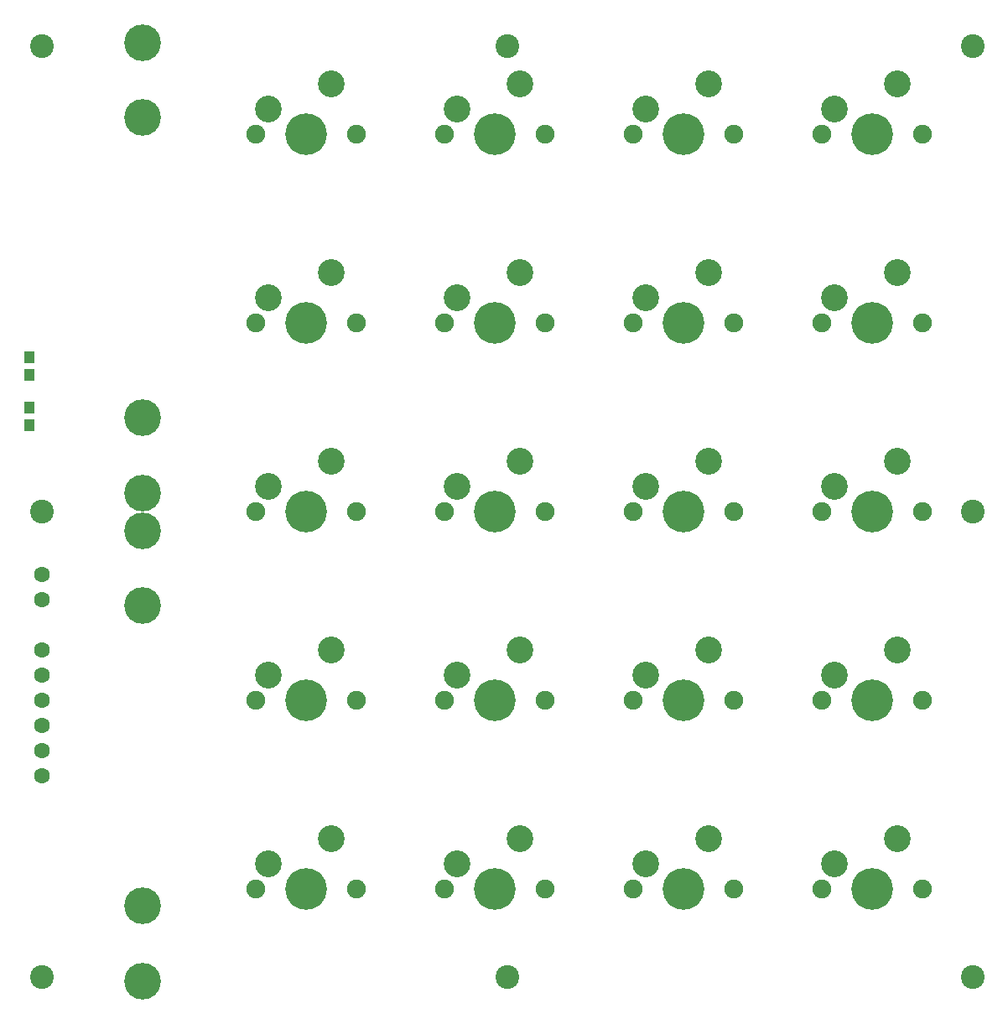
<source format=gts>
G04 #@! TF.FileFunction,Soldermask,Top*
%FSLAX46Y46*%
G04 Gerber Fmt 4.6, Leading zero omitted, Abs format (unit mm)*
G04 Created by KiCad (PCBNEW 4.0.7) date 01/05/18 23:40:39*
%MOMM*%
%LPD*%
G01*
G04 APERTURE LIST*
%ADD10C,0.100000*%
%ADD11C,3.700000*%
%ADD12C,1.910000*%
%ADD13C,2.700000*%
%ADD14C,4.200000*%
%ADD15C,2.400000*%
%ADD16R,1.000000X1.200000*%
%ADD17C,1.600000*%
G04 APERTURE END LIST*
D10*
D11*
X82550000Y-54212000D03*
X82550000Y-61812000D03*
X82550000Y-99712000D03*
X82550000Y-92112000D03*
X82550000Y-103488000D03*
X82550000Y-111088000D03*
X82550000Y-148988000D03*
X82550000Y-141388000D03*
D12*
X104140000Y-82550000D03*
D13*
X101600000Y-77470000D03*
D14*
X99060000Y-82550000D03*
D13*
X95250000Y-80010000D03*
D12*
X93980000Y-82550000D03*
X104140000Y-63500000D03*
D13*
X101600000Y-58420000D03*
D14*
X99060000Y-63500000D03*
D13*
X95250000Y-60960000D03*
D12*
X93980000Y-63500000D03*
D15*
X119380000Y-148590000D03*
X119380000Y-54610000D03*
X72390000Y-101600000D03*
X166370000Y-101600000D03*
X166370000Y-54610000D03*
D16*
X71120000Y-85968000D03*
X71120000Y-87768000D03*
X71120000Y-91048000D03*
X71120000Y-92848000D03*
D17*
X72390000Y-110490000D03*
X72390000Y-107950000D03*
X72390000Y-115570000D03*
X72390000Y-125730000D03*
X72390000Y-128270000D03*
X72390000Y-120650000D03*
X72390000Y-118110000D03*
X72390000Y-123190000D03*
D15*
X166370000Y-148590000D03*
X72390000Y-54610000D03*
X72390000Y-148590000D03*
D12*
X161290000Y-139700000D03*
D13*
X158750000Y-134620000D03*
D14*
X156210000Y-139700000D03*
D13*
X152400000Y-137160000D03*
D12*
X151130000Y-139700000D03*
X161290000Y-120650000D03*
D13*
X158750000Y-115570000D03*
D14*
X156210000Y-120650000D03*
D13*
X152400000Y-118110000D03*
D12*
X151130000Y-120650000D03*
X161290000Y-101600000D03*
D13*
X158750000Y-96520000D03*
D14*
X156210000Y-101600000D03*
D13*
X152400000Y-99060000D03*
D12*
X151130000Y-101600000D03*
X161290000Y-82550000D03*
D13*
X158750000Y-77470000D03*
D14*
X156210000Y-82550000D03*
D13*
X152400000Y-80010000D03*
D12*
X151130000Y-82550000D03*
X161290000Y-63500000D03*
D13*
X158750000Y-58420000D03*
D14*
X156210000Y-63500000D03*
D13*
X152400000Y-60960000D03*
D12*
X151130000Y-63500000D03*
X142240000Y-139700000D03*
D13*
X139700000Y-134620000D03*
D14*
X137160000Y-139700000D03*
D13*
X133350000Y-137160000D03*
D12*
X132080000Y-139700000D03*
X142240000Y-120650000D03*
D13*
X139700000Y-115570000D03*
D14*
X137160000Y-120650000D03*
D13*
X133350000Y-118110000D03*
D12*
X132080000Y-120650000D03*
X142240000Y-101600000D03*
D13*
X139700000Y-96520000D03*
D14*
X137160000Y-101600000D03*
D13*
X133350000Y-99060000D03*
D12*
X132080000Y-101600000D03*
X142240000Y-82550000D03*
D13*
X139700000Y-77470000D03*
D14*
X137160000Y-82550000D03*
D13*
X133350000Y-80010000D03*
D12*
X132080000Y-82550000D03*
X142240000Y-63500000D03*
D13*
X139700000Y-58420000D03*
D14*
X137160000Y-63500000D03*
D13*
X133350000Y-60960000D03*
D12*
X132080000Y-63500000D03*
X123190000Y-139700000D03*
D13*
X120650000Y-134620000D03*
D14*
X118110000Y-139700000D03*
D13*
X114300000Y-137160000D03*
D12*
X113030000Y-139700000D03*
X123190000Y-120650000D03*
D13*
X120650000Y-115570000D03*
D14*
X118110000Y-120650000D03*
D13*
X114300000Y-118110000D03*
D12*
X113030000Y-120650000D03*
X123190000Y-101600000D03*
D13*
X120650000Y-96520000D03*
D14*
X118110000Y-101600000D03*
D13*
X114300000Y-99060000D03*
D12*
X113030000Y-101600000D03*
X123190000Y-82550000D03*
D13*
X120650000Y-77470000D03*
D14*
X118110000Y-82550000D03*
D13*
X114300000Y-80010000D03*
D12*
X113030000Y-82550000D03*
X104140000Y-139700000D03*
D13*
X101600000Y-134620000D03*
D14*
X99060000Y-139700000D03*
D13*
X95250000Y-137160000D03*
D12*
X93980000Y-139700000D03*
X104140000Y-120650000D03*
D13*
X101600000Y-115570000D03*
D14*
X99060000Y-120650000D03*
D13*
X95250000Y-118110000D03*
D12*
X93980000Y-120650000D03*
X104140000Y-101600000D03*
D13*
X101600000Y-96520000D03*
D14*
X99060000Y-101600000D03*
D13*
X95250000Y-99060000D03*
D12*
X93980000Y-101600000D03*
X123190000Y-63500000D03*
D13*
X120650000Y-58420000D03*
D14*
X118110000Y-63500000D03*
D13*
X114300000Y-60960000D03*
D12*
X113030000Y-63500000D03*
M02*

</source>
